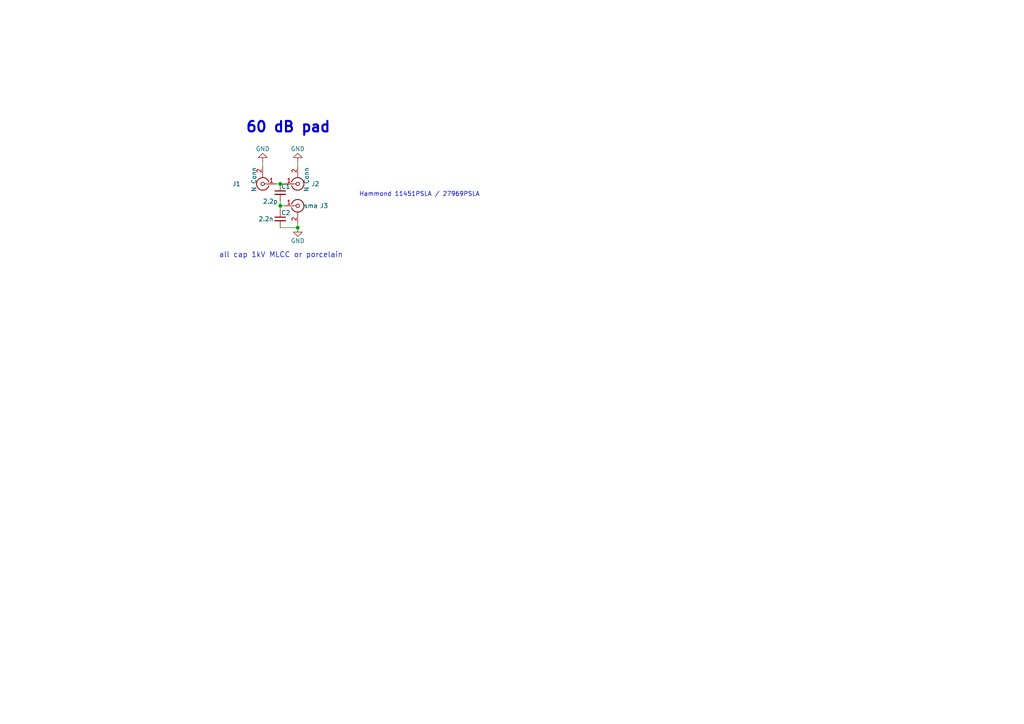
<source format=kicad_sch>
(kicad_sch (version 20230121) (generator eeschema)
  (paper "A4")
  (lib_symbols
    (symbol "CapCoupler-rescue:C_Small" (pin_numbers hide) (pin_names (offset 0.254) hide)
      (property "Reference" "C" (at 0.254 1.778 0))
      (property "Value" "C_Small" (at 0.254 -2.032 0))
      (symbol "C_Small_0_1"
        (polyline (pts (xy -1.524 -0.508) (xy 1.524 -0.508)) (stroke (width 0.3302)))
        (polyline (pts (xy -1.524 0.508) (xy 1.524 0.508)) (stroke (width 0.3048)))
      )
      (symbol "C_Small_1_1"
        (pin passive line (at 0 2.54 270) (length 2.032) (name "~") (number "1"))
        (pin passive line (at 0 -2.54 90) (length 2.032) (name "~") (number "2"))
      )
    )
    (symbol "CapCoupler-rescue:Conn_Coaxial" (pin_names (offset 1.016) hide)
      (property "Reference" "J" (at 0.254 3.048 0))
      (property "Value" "Conn_Coaxial" (at 2.921 0 90))
      (symbol "Conn_Coaxial_0_1"
        (arc (start -1.778 -0.508) (mid 0.2311 -1.8066) (end 1.778 0) (stroke (width 0.254)))
        (polyline (pts (xy -1.27 0) (xy -0.508 0)))
        (polyline (pts (xy 0 -2.54) (xy 0 -1.778)))
        (circle (center 0 0) (radius 0.508) (stroke (width 0.2032)))
        (arc (start 1.778 0) (mid 0.2099 1.8101) (end -1.778 0.508) (stroke (width 0.254)))
      )
      (symbol "Conn_Coaxial_1_1"
        (pin passive line (at -3.81 0 0) (length 2.54) (name "In") (number "1"))
        (pin passive line (at 0 -5.08 90) (length 2.54) (name "Ext") (number "2"))
      )
    )
    (symbol "CapCoupler-rescue:GND" (power) (pin_numbers hide) (pin_names (offset 0) hide)
      (property "Value" "GND" (at 0 -3.81 0))
      (symbol "GND_0_1"
        (polyline (pts (xy 0 0) (xy 0 -1.27) (xy 1.27 -1.27) (xy 0 -2.54) (xy -1.27 -1.27) (xy 0 -1.27)))
      )
      (symbol "GND_1_1"
        (pin power_in line (at 0 0 270) (length 0) hide (name "GND") (number "1"))
      )
    )
  )
  (junction (at 86.36 66.04))
  (junction (at 81.28 59.69))
  (junction (at 81.28 53.34))
  (wire (pts (xy 76.2 48.26) (xy 76.2 46.99)))
  (wire (pts (xy 86.36 64.77) (xy 86.36 66.04)))
  (wire (pts (xy 86.36 48.26) (xy 86.36 46.99)))
  (wire (pts (xy 81.28 58.42) (xy 81.28 59.69)))
  (wire (pts (xy 82.55 59.69) (xy 81.28 59.69)))
  (wire (pts (xy 81.28 59.69) (xy 81.28 60.96)))
  (wire (pts (xy 80.01 53.34) (xy 81.28 53.34)))
  (wire (pts (xy 86.36 66.04) (xy 81.28 66.04)))
  (wire (pts (xy 81.28 53.34) (xy 82.55 53.34)))
  (text "60 dB pad" (at 71.12 38.735 0) (effects (font (size 3 3) (thickness 0.6) bold) (justify left bottom)))
  (text "Hammond 11451PSLA / 27969PSLA\n" (at 104.14 57.15 0) (effects (font (size 1.27 1.27)) (justify left bottom)))
  (text "all cap 1kV MLCC or porcelain\n" (at 63.5 74.93 0) (effects (font (size 1.524 1.524)) (justify left bottom)))
  (symbol (lib_id "CapCoupler-rescue:Conn_Coaxial") (at 76.2 53.34 180) (unit 1)
    (property "Reference" "J1" (at 68.58 53.34 0))
    (property "Value" "N Conn" (at 73.66 52.07 90))
    (property "Footprint" "SMA_PINS:SMA_EDGE_NRW" (effects hide))
  )
  (symbol (lib_id "CapCoupler-rescue:GND") (at 76.2 46.99 0) (mirror x) (unit 1)
    (property "Reference" "#PWR01" (effects hide))
    (property "Value" "GND" (at 76.2 43.18 0))
  )
  (symbol (lib_id "CapCoupler-rescue:Conn_Coaxial") (at 86.36 53.34 0) (mirror x) (unit 1)
    (property "Reference" "J2" (at 91.44 53.34 0))
    (property "Value" "N Conn" (at 88.9 52.07 90))
    (property "Footprint" "SMA_PINS:SMA_EDGE_NRW" (effects hide))
  )
  (symbol (lib_id "CapCoupler-rescue:GND") (at 86.36 46.99 180) (unit 1)
    (property "Reference" "#PWR02" (effects hide))
    (property "Value" "GND" (at 86.36 43.18 0))
  )
  (symbol (lib_id "CapCoupler-rescue:Conn_Coaxial") (at 86.36 59.69 0) (unit 1)
    (property "Reference" "J3" (at 93.98 59.69 0))
    (property "Value" "sma" (at 90.17 59.69 0))
    (property "Footprint" "SMA_PINS:SMA_EDGE_NRW" (effects hide))
  )
  (symbol (lib_id "CapCoupler-rescue:GND") (at 86.36 66.04 0) (mirror y) (unit 1)
    (property "Reference" "#PWR03" (effects hide))
    (property "Value" "GND" (at 86.36 69.85 0))
  )
  (symbol (lib_id "CapCoupler-rescue:C_Small") (at 81.28 55.88 0) (unit 1)
    (property "Reference" "C1" (at 81.534 54.102 0) (effects (justify left)))
    (property "Value" "2.2p" (at 76.2 58.42 0) (effects (justify left)))
    (property "Footprint" "ATC_B:ATC_500_Dual_HandSoldering" (effects hide))
  )
  (symbol (lib_id "CapCoupler-rescue:C_Small") (at 81.28 63.5 0) (unit 1)
    (property "Reference" "C2" (at 81.534 61.722 0) (effects (justify left)))
    (property "Value" "2.2n" (at 74.93 63.5 0) (effects (justify left)))
    (property "Footprint" "ATC_B:ATC_500_HandSoldering" (effects hide))
  )
)
</source>
